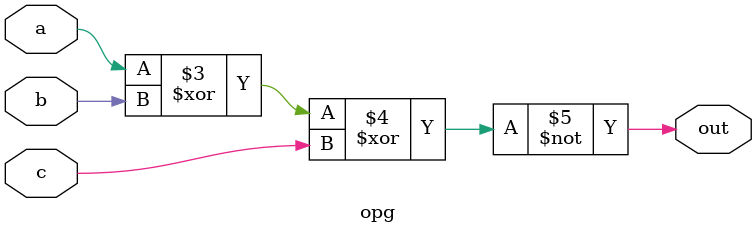
<source format=v>
module opg(
  input a,b,c,
  output out);
  assign out=~(a^b^c);
endmodule


//Testbench
module opg_tb;
  reg a,b,c;
  wire out;
  opg uut(a,b,c,out);
  initial begin
    repeat(5)begin
     a=$random;b=$random;c=$random;#5;
    end
  end
  initial begin
    $monitor("$time=%0t,a=%b,b=%b,c=%b,out=%b",$time,a,b,c,out);
  end
endmodule

</source>
